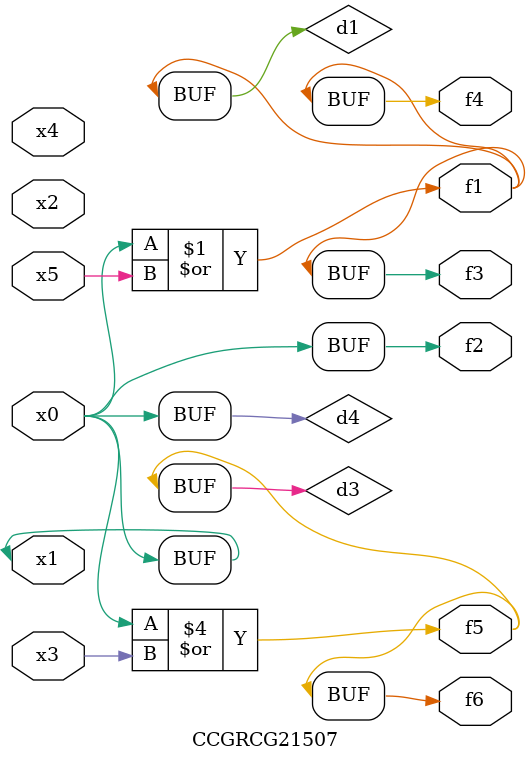
<source format=v>
module CCGRCG21507(
	input x0, x1, x2, x3, x4, x5,
	output f1, f2, f3, f4, f5, f6
);

	wire d1, d2, d3, d4;

	or (d1, x0, x5);
	xnor (d2, x1, x4);
	or (d3, x0, x3);
	buf (d4, x0, x1);
	assign f1 = d1;
	assign f2 = d4;
	assign f3 = d1;
	assign f4 = d1;
	assign f5 = d3;
	assign f6 = d3;
endmodule

</source>
